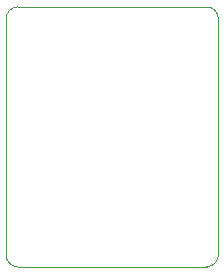
<source format=gbr>
%TF.GenerationSoftware,KiCad,Pcbnew,6.0.11+dfsg-1~bpo11+1*%
%TF.CreationDate,2023-07-13T21:39:36-04:00*%
%TF.ProjectId,Pop-In RP2040,506f702d-496e-4205-9250-323034302e6b,rev?*%
%TF.SameCoordinates,PX5f5e100PY5f5e100*%
%TF.FileFunction,Profile,NP*%
%FSLAX46Y46*%
G04 Gerber Fmt 4.6, Leading zero omitted, Abs format (unit mm)*
G04 Created by KiCad (PCBNEW 6.0.11+dfsg-1~bpo11+1) date 2023-07-13 21:39:36*
%MOMM*%
%LPD*%
G01*
G04 APERTURE LIST*
%TA.AperFunction,Profile*%
%ADD10C,0.100000*%
%TD*%
%TA.AperFunction,Profile*%
%ADD11C,0.120000*%
%TD*%
G04 APERTURE END LIST*
D10*
%TO.C,REF\u002A\u002A*%
X8980013Y9990412D02*
X8974622Y-10009588D01*
X-9001016Y-10009588D02*
X-8999533Y9990412D01*
X-7999533Y10990412D02*
X7980013Y10990412D01*
X7974622Y-11009588D02*
X-8001016Y-11009588D01*
D11*
X7974622Y-11009588D02*
G75*
G03*
X8974622Y-10009588I0J1000000D01*
G01*
X-9001016Y-10009588D02*
G75*
G03*
X-8001016Y-11009588I999999J-1D01*
G01*
X-7999533Y10990412D02*
G75*
G03*
X-8999533Y9990412I-1J-999999D01*
G01*
X8980022Y9990412D02*
G75*
G03*
X7980013Y10990412I-1000000J0D01*
G01*
%TD*%
M02*

</source>
